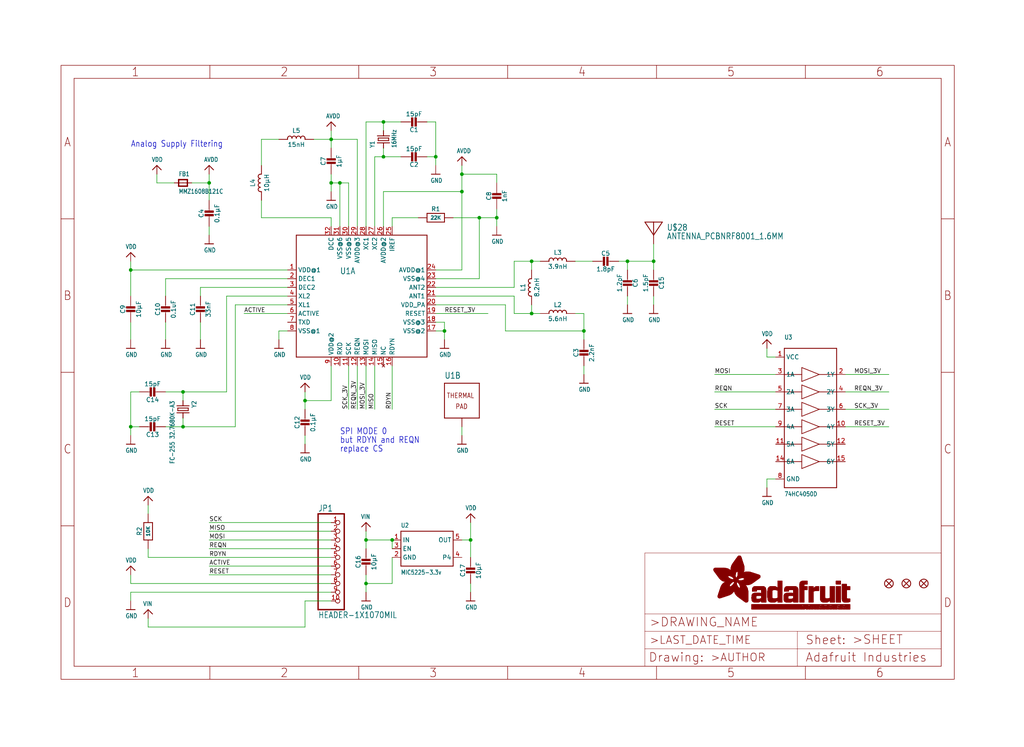
<source format=kicad_sch>
(kicad_sch (version 20211123) (generator eeschema)
  (paper "User" 298.45 217.881)
  (lib_symbols
    (symbol "eagleSchem-eagle-import:74HC4050DTSSOP"
      (property "Reference" "U" (at -7.62 22.86 0))
      (property "Value" "74HC4050DTSSOP" (at -7.62 -22.86 0))
      (symbol "74HC4050DTSSOP_1_0"
        (pin bidirectional line (at -10.16 17.78 0) (length 2.54) (name "VCC") (number "1"))
        (pin bidirectional line (at 10.16 -2.54 180) (length 2.54) (name "4Y") (number "10"))
        (pin bidirectional line (at -10.16 -7.62 0) (length 2.54) (name "5A") (number "11"))
        (pin bidirectional line (at 10.16 -7.62 180) (length 2.54) (name "5Y") (number "12"))
        (pin bidirectional line (at -10.16 -12.7 0) (length 2.54) (name "6A") (number "14"))
        (pin bidirectional line (at 10.16 -12.7 180) (length 2.54) (name "6Y") (number "15"))
        (pin bidirectional line (at 10.16 12.7 180) (length 2.54) (name "1Y") (number "2"))
        (pin bidirectional line (at -10.16 12.7 0) (length 2.54) (name "1A") (number "3"))
        (pin bidirectional line (at 10.16 7.62 180) (length 2.54) (name "2Y") (number "4"))
        (pin bidirectional line (at -10.16 7.62 0) (length 2.54) (name "2A") (number "5"))
        (pin bidirectional line (at 10.16 2.54 180) (length 2.54) (name "3Y") (number "6"))
        (pin bidirectional line (at -10.16 2.54 0) (length 2.54) (name "3A") (number "7"))
        (pin bidirectional line (at -10.16 -17.78 0) (length 2.54) (name "GND") (number "8"))
        (pin bidirectional line (at -10.16 -2.54 0) (length 2.54) (name "4A") (number "9"))
      )
    )
    (symbol "eagleSchem-eagle-import:ANTENNA_PCBNRF8001_1.6MM"
      (property "Value" "ANTENNA_PCBNRF8001_1.6MM" (at 3.81 -1.27 0))
      (symbol "ANTENNA_PCBNRF8001_1.6MM_1_0"
        (pin passive line (at 0 -2.54 90) (length 2.54) (name "P$1") (number "FEED"))
      )
    )
    (symbol "eagleSchem-eagle-import:AVDD" (power)
      (property "Value" "AVDD" (at -1.524 1.016 0))
      (symbol "AVDD_1_0"
        (pin power_in line (at 0 -2.54 90) (length 2.54) (name "AVDD") (number "1"))
      )
    )
    (symbol "eagleSchem-eagle-import:CAP_CERAMIC0805-NOOUTLINE"
      (property "Reference" "C" (at -2.29 1.25 90))
      (property "Value" "CAP_CERAMIC0805-NOOUTLINE" (at 2.3 1.25 90))
      (symbol "CAP_CERAMIC0805-NOOUTLINE_1_0"
        (pin passive line (at 0 5.08 270) (length 2.54) (name "1") (number "1"))
        (pin passive line (at 0 -2.54 90) (length 2.54) (name "2") (number "2"))
      )
    )
    (symbol "eagleSchem-eagle-import:CAP_CERAMIC_0402"
      (property "Reference" "C" (at -2.29 1.25 90))
      (property "Value" "CAP_CERAMIC_0402" (at 2.3 1.25 90))
      (symbol "CAP_CERAMIC_0402_1_0"
        (pin passive line (at 0 5.08 270) (length 2.54) (name "1") (number "1"))
        (pin passive line (at 0 -2.54 90) (length 2.54) (name "2") (number "2"))
      )
    )
    (symbol "eagleSchem-eagle-import:CAP_CERAMIC_0402MP"
      (property "Reference" "C" (at -2.29 1.25 90))
      (property "Value" "CAP_CERAMIC_0402MP" (at 2.3 1.25 90))
      (symbol "CAP_CERAMIC_0402MP_1_0"
        (pin passive line (at 0 5.08 270) (length 2.54) (name "1") (number "1"))
        (pin passive line (at 0 -2.54 90) (length 2.54) (name "2") (number "2"))
      )
    )
    (symbol "eagleSchem-eagle-import:CAP_CERAMIC_0603"
      (property "Reference" "C" (at -2.29 1.25 90))
      (property "Value" "CAP_CERAMIC_0603" (at 2.3 1.25 90))
      (symbol "CAP_CERAMIC_0603_1_0"
        (pin passive line (at 0 5.08 270) (length 2.54) (name "1") (number "1"))
        (pin passive line (at 0 -2.54 90) (length 2.54) (name "2") (number "2"))
      )
    )
    (symbol "eagleSchem-eagle-import:CRYSTAL3.2X2.5"
      (property "Reference" "Y" (at -2.54 2.54 0))
      (property "Value" "CRYSTAL3.2X2.5" (at -2.54 -3.81 0))
      (symbol "CRYSTAL3.2X2.5_1_0"
        (pin passive line (at -2.54 0 0) (length 0) (name "1") (number "1"))
        (pin passive line (at 2.54 0 180) (length 0) (name "2") (number "2"))
      )
    )
    (symbol "eagleSchem-eagle-import:CRYSTAL8.0X3.8"
      (property "Reference" "Y" (at -2.54 2.54 0))
      (property "Value" "CRYSTAL8.0X3.8" (at -2.54 -3.81 0))
      (symbol "CRYSTAL8.0X3.8_1_0"
        (pin passive line (at -2.54 0 0) (length 0) (name "1") (number "P$1"))
        (pin passive line (at 2.54 0 180) (length 0) (name "2") (number "P$4"))
      )
    )
    (symbol "eagleSchem-eagle-import:FERRITE0805"
      (property "Reference" "FB" (at -1.27 1.905 0))
      (property "Value" "FERRITE0805" (at -1.27 -3.175 0))
      (symbol "FERRITE0805_1_0"
        (pin passive line (at -2.54 0 0) (length 2.54) (name "P$1") (number "1"))
        (pin passive line (at 2.54 0 180) (length 2.54) (name "P$2") (number "2"))
      )
    )
    (symbol "eagleSchem-eagle-import:FIDUCIAL{dblquote}{dblquote}")
    (symbol "eagleSchem-eagle-import:FRAME_A4_ADAFRUIT"
      (symbol "FRAME_A4_ADAFRUIT_1_0"
        (text "1" (at 21.6958 1.905 0) (effects (font (size 2.54 2.286))))
        (text "1" (at 21.6958 177.165 0) (effects (font (size 2.54 2.286))))
        (text "2" (at 65.0875 1.905 0) (effects (font (size 2.54 2.286))))
        (text "2" (at 65.0875 177.165 0) (effects (font (size 2.54 2.286))))
        (text "3" (at 108.4792 1.905 0) (effects (font (size 2.54 2.286))))
        (text "3" (at 108.4792 177.165 0) (effects (font (size 2.54 2.286))))
        (text "4" (at 151.8708 1.905 0) (effects (font (size 2.54 2.286))))
        (text "4" (at 151.8708 177.165 0) (effects (font (size 2.54 2.286))))
        (text "5" (at 195.2625 1.905 0) (effects (font (size 2.54 2.286))))
        (text "5" (at 195.2625 177.165 0) (effects (font (size 2.54 2.286))))
        (text "6" (at 238.6542 1.905 0) (effects (font (size 2.54 2.286))))
        (text "6" (at 238.6542 177.165 0) (effects (font (size 2.54 2.286))))
        (text ">AUTHOR" (at 189.23 5.08 0) (effects (font (size 2.286 2.286)) (justify left bottom)))
        (text ">DRAWING_NAME" (at 171.45 15.24 0) (effects (font (size 2.54 2.54)) (justify left bottom)))
        (text ">LAST_DATE_TIME" (at 171.45 10.16 0) (effects (font (size 2.286 2.286)) (justify left bottom)))
        (text ">SHEET" (at 230.505 10.16 0) (effects (font (size 2.54 2.54)) (justify left bottom)))
        (text "A" (at 1.905 156.6863 0) (effects (font (size 2.54 2.286))))
        (text "A" (at 258.445 156.6863 0) (effects (font (size 2.54 2.286))))
        (text "Adafruit Industries" (at 216.916 4.953 0) (effects (font (size 2.54 2.54)) (justify left bottom)))
        (text "B" (at 1.905 111.9188 0) (effects (font (size 2.54 2.286))))
        (text "B" (at 258.445 111.9188 0) (effects (font (size 2.54 2.286))))
        (text "C" (at 1.905 67.1513 0) (effects (font (size 2.54 2.286))))
        (text "C" (at 258.445 67.1513 0) (effects (font (size 2.54 2.286))))
        (text "D" (at 1.905 22.3838 0) (effects (font (size 2.54 2.286))))
        (text "D" (at 258.445 22.3838 0) (effects (font (size 2.54 2.286))))
        (text "Drawing:" (at 171.196 4.953 0) (effects (font (size 2.54 2.54)) (justify left bottom)))
        (text "Sheet:" (at 216.916 10.033 0) (effects (font (size 2.54 2.54)) (justify left bottom)))
      )
    )
    (symbol "eagleSchem-eagle-import:GND" (power)
      (property "Value" "GND" (at -1.524 -2.54 0))
      (symbol "GND_1_0"
        (pin power_in line (at 0 2.54 270) (length 2.54) (name "GND") (number "1"))
      )
    )
    (symbol "eagleSchem-eagle-import:HEADER-1X1070MIL"
      (property "Reference" "JP" (at -6.35 13.335 0))
      (property "Value" "HEADER-1X1070MIL" (at -6.35 -17.78 0))
      (symbol "HEADER-1X1070MIL_1_0"
        (pin passive inverted (at -2.54 10.16 0) (length 2.54) (name "1") (number "1"))
        (pin passive inverted (at -2.54 -12.7 0) (length 2.54) (name "10") (number "10"))
        (pin passive inverted (at -2.54 7.62 0) (length 2.54) (name "2") (number "2"))
        (pin passive inverted (at -2.54 5.08 0) (length 2.54) (name "3") (number "3"))
        (pin passive inverted (at -2.54 2.54 0) (length 2.54) (name "4") (number "4"))
        (pin passive inverted (at -2.54 0 0) (length 2.54) (name "5") (number "5"))
        (pin passive inverted (at -2.54 -2.54 0) (length 2.54) (name "6") (number "6"))
        (pin passive inverted (at -2.54 -5.08 0) (length 2.54) (name "7") (number "7"))
        (pin passive inverted (at -2.54 -7.62 0) (length 2.54) (name "8") (number "8"))
        (pin passive inverted (at -2.54 -10.16 0) (length 2.54) (name "9") (number "9"))
      )
    )
    (symbol "eagleSchem-eagle-import:INDUCTOR_0402"
      (property "Reference" "L" (at 0 2.54 0))
      (property "Value" "INDUCTOR_0402" (at 0 -1.54 0))
      (symbol "INDUCTOR_0402_1_0"
        (pin passive line (at -5.08 0 0) (length 2.54) (name "1") (number "1"))
        (pin passive line (at 5.08 0 180) (length 2.54) (name "2") (number "2"))
      )
    )
    (symbol "eagleSchem-eagle-import:INDUCTOR_0603"
      (property "Reference" "L" (at 0 2.54 0))
      (property "Value" "INDUCTOR_0603" (at 0 -1.54 0))
      (symbol "INDUCTOR_0603_1_0"
        (pin passive line (at -5.08 0 0) (length 2.54) (name "1") (number "1"))
        (pin passive line (at 5.08 0 180) (length 2.54) (name "2") (number "2"))
      )
    )
    (symbol "eagleSchem-eagle-import:NRF8001"
      (property "Reference" "U" (at -5.08 6.35 0))
      (symbol "NRF8001_1_0"
        (pin power_in line (at -20.32 7.62 0) (length 2.54) (name "VDD@1") (number "1"))
        (pin input line (at -5.08 -20.32 90) (length 2.54) (name "RXD") (number "10"))
        (pin input line (at -2.54 -20.32 90) (length 2.54) (name "SCK") (number "11"))
        (pin input line (at 0 -20.32 90) (length 2.54) (name "REQN") (number "12"))
        (pin input line (at 2.54 -20.32 90) (length 2.54) (name "MOSI") (number "13"))
        (pin output line (at 5.08 -20.32 90) (length 2.54) (name "MISO") (number "14"))
        (pin no_connect line (at 7.62 -20.32 90) (length 2.54) (name "NC") (number "15"))
        (pin output line (at 10.16 -20.32 90) (length 2.54) (name "RDYN") (number "16"))
        (pin power_in line (at 22.86 -10.16 180) (length 2.54) (name "VSS@2") (number "17"))
        (pin power_in line (at 22.86 -7.62 180) (length 2.54) (name "VSS@3") (number "18"))
        (pin input line (at 22.86 -5.08 180) (length 2.54) (name "RESET") (number "19"))
        (pin bidirectional line (at -20.32 5.08 0) (length 2.54) (name "DEC1") (number "2"))
        (pin bidirectional line (at 22.86 -2.54 180) (length 2.54) (name "VDD_PA") (number "20"))
        (pin bidirectional line (at 22.86 0 180) (length 2.54) (name "ANT1") (number "21"))
        (pin bidirectional line (at 22.86 2.54 180) (length 2.54) (name "ANT2") (number "22"))
        (pin power_in line (at 22.86 5.08 180) (length 2.54) (name "VSS@4") (number "23"))
        (pin power_in line (at 22.86 7.62 180) (length 2.54) (name "AVDD@1") (number "24"))
        (pin output line (at 10.16 20.32 270) (length 2.54) (name "IREF") (number "25"))
        (pin power_in line (at 7.62 20.32 270) (length 2.54) (name "AVDD@2") (number "26"))
        (pin output line (at 5.08 20.32 270) (length 2.54) (name "XC2") (number "27"))
        (pin input line (at 2.54 20.32 270) (length 2.54) (name "XC1") (number "28"))
        (pin power_in line (at 0 20.32 270) (length 2.54) (name "AVDD@3") (number "29"))
        (pin bidirectional line (at -20.32 2.54 0) (length 2.54) (name "DEC2") (number "3"))
        (pin power_in line (at -2.54 20.32 270) (length 2.54) (name "VSS@5") (number "30"))
        (pin power_in line (at -5.08 20.32 270) (length 2.54) (name "VSS@6") (number "31"))
        (pin bidirectional line (at -7.62 20.32 270) (length 2.54) (name "DCC") (number "32"))
        (pin output line (at -20.32 0 0) (length 2.54) (name "XL2") (number "4"))
        (pin input line (at -20.32 -2.54 0) (length 2.54) (name "XL1") (number "5"))
        (pin output line (at -20.32 -5.08 0) (length 2.54) (name "ACTIVE") (number "6"))
        (pin output line (at -20.32 -7.62 0) (length 2.54) (name "TXD") (number "7"))
        (pin power_in line (at -20.32 -10.16 0) (length 2.54) (name "VSS@1") (number "8"))
        (pin power_in line (at -7.62 -20.32 90) (length 2.54) (name "VDD@2") (number "9"))
      )
      (symbol "NRF8001_2_0"
        (text "PAD" (at -1.905 -2.54 0) (effects (font (size 1.4224 1.209)) (justify left bottom)))
        (text "THERMAL" (at -4.445 0.635 0) (effects (font (size 1.4224 1.209)) (justify left bottom)))
        (pin power_in line (at 0 -7.62 90) (length 2.54) (name "TP") (number "33"))
      )
    )
    (symbol "eagleSchem-eagle-import:RESISTOR0805_NOOUTLINE"
      (property "Reference" "R" (at 0 2.54 0))
      (property "Value" "RESISTOR0805_NOOUTLINE" (at 0 0 0))
      (symbol "RESISTOR0805_NOOUTLINE_1_0"
        (pin passive line (at -5.08 0 0) (length 2.54) (name "1") (number "1"))
        (pin passive line (at 5.08 0 180) (length 2.54) (name "2") (number "2"))
      )
    )
    (symbol "eagleSchem-eagle-import:RESISTOR_0805MP"
      (property "Reference" "R" (at 0 2.54 0))
      (property "Value" "RESISTOR_0805MP" (at 0 0 0))
      (symbol "RESISTOR_0805MP_1_0"
        (pin passive line (at -5.08 0 0) (length 2.54) (name "1") (number "1"))
        (pin passive line (at 5.08 0 180) (length 2.54) (name "2") (number "2"))
      )
    )
    (symbol "eagleSchem-eagle-import:VDD" (power)
      (property "Value" "VDD" (at -1.524 1.016 0))
      (symbol "VDD_1_0"
        (pin power_in line (at 0 -2.54 90) (length 2.54) (name "VDD") (number "1"))
      )
    )
    (symbol "eagleSchem-eagle-import:VIN" (power)
      (property "Value" "VIN" (at -1.524 1.016 0))
      (symbol "VIN_1_0"
        (pin power_in line (at 0 -2.54 90) (length 2.54) (name "VIN") (number "1"))
      )
    )
    (symbol "eagleSchem-eagle-import:VREG_SOT23-5"
      (property "Reference" "U" (at -7.62 6.096 0))
      (property "Value" "VREG_SOT23-5" (at -7.62 -7.62 0))
      (symbol "VREG_SOT23-5_1_0"
        (pin power_in line (at -10.16 2.54 0) (length 2.54) (name "IN") (number "1"))
        (pin power_in line (at -10.16 -2.54 0) (length 2.54) (name "GND") (number "2"))
        (pin input line (at -10.16 0 0) (length 2.54) (name "EN") (number "3"))
        (pin bidirectional line (at 10.16 -2.54 180) (length 2.54) (name "P4") (number "4"))
        (pin power_in line (at 10.16 2.54 180) (length 2.54) (name "OUT") (number "5"))
      )
    )
  )
  (junction (at 60.96 53.34))
  (junction (at 182.88 76.2))
  (junction (at 38.1 124.46))
  (junction (at 170.18 96.52))
  (junction (at 134.62 50.8))
  (junction (at 129.54 96.52))
  (junction (at 106.68 157.48))
  (junction (at 190.5 76.2))
  (junction (at 99.06 53.34))
  (junction (at 114.3 157.48))
  (junction (at 38.1 78.74))
  (junction (at 144.78 63.5))
  (junction (at 111.76 45.72))
  (junction (at 127 45.72))
  (junction (at 53.34 114.3))
  (junction (at 88.9 116.84))
  (junction (at 96.52 53.34))
  (junction (at 154.94 91.44))
  (junction (at 139.7 63.5))
  (junction (at 96.52 40.64))
  (junction (at 53.34 124.46))
  (junction (at 137.16 157.48))
  (junction (at 134.62 55.88))
  (junction (at 111.76 35.56))
  (junction (at 154.94 76.2))
  (junction (at 106.68 170.18))
  (wire (pts (xy 139.7 63.5) (xy 144.78 63.5)))
  (wire (pts (xy 134.62 127) (xy 134.62 124.46)))
  (wire (pts (xy 246.38 124.46) (xy 259.08 124.46)))
  (wire (pts (xy 40.64 114.3) (xy 38.1 114.3)))
  (wire (pts (xy 111.76 35.56) (xy 116.84 35.56)))
  (wire (pts (xy 58.42 83.82) (xy 58.42 86.36)))
  (wire (pts (xy 226.06 119.38) (xy 208.28 119.38)))
  (wire (pts (xy 246.38 109.22) (xy 259.08 109.22)))
  (wire (pts (xy 154.94 91.44) (xy 157.48 91.44)))
  (wire (pts (xy 83.82 78.74) (xy 38.1 78.74)))
  (wire (pts (xy 127 96.52) (xy 129.54 96.52)))
  (wire (pts (xy 76.2 58.42) (xy 76.2 63.5)))
  (wire (pts (xy 106.68 167.64) (xy 106.68 170.18)))
  (wire (pts (xy 154.94 88.9) (xy 154.94 91.44)))
  (wire (pts (xy 60.96 53.34) (xy 60.96 58.42)))
  (wire (pts (xy 182.88 78.74) (xy 182.88 76.2)))
  (wire (pts (xy 96.52 116.84) (xy 88.9 116.84)))
  (wire (pts (xy 38.1 78.74) (xy 38.1 86.36)))
  (wire (pts (xy 170.18 106.68) (xy 170.18 109.22)))
  (wire (pts (xy 114.3 66.04) (xy 114.3 63.5)))
  (wire (pts (xy 167.64 76.2) (xy 172.72 76.2)))
  (wire (pts (xy 99.06 53.34) (xy 101.6 53.34)))
  (wire (pts (xy 223.52 139.7) (xy 223.52 142.24)))
  (wire (pts (xy 66.04 86.36) (xy 66.04 114.3)))
  (wire (pts (xy 43.18 162.56) (xy 43.18 160.02)))
  (wire (pts (xy 106.68 66.04) (xy 106.68 35.56)))
  (wire (pts (xy 124.46 45.72) (xy 127 45.72)))
  (wire (pts (xy 246.38 114.3) (xy 259.08 114.3)))
  (wire (pts (xy 223.52 104.14) (xy 223.52 101.6)))
  (wire (pts (xy 96.52 167.64) (xy 60.96 167.64)))
  (wire (pts (xy 137.16 157.48) (xy 137.16 162.56)))
  (wire (pts (xy 127 45.72) (xy 127 48.26)))
  (wire (pts (xy 149.86 83.82) (xy 149.86 76.2)))
  (wire (pts (xy 132.08 63.5) (xy 139.7 63.5)))
  (wire (pts (xy 137.16 157.48) (xy 137.16 152.4)))
  (wire (pts (xy 144.78 60.96) (xy 144.78 63.5)))
  (wire (pts (xy 88.9 175.26) (xy 88.9 182.88)))
  (wire (pts (xy 43.18 162.56) (xy 96.52 162.56)))
  (wire (pts (xy 106.68 157.48) (xy 106.68 160.02)))
  (wire (pts (xy 129.54 96.52) (xy 129.54 99.06)))
  (wire (pts (xy 88.9 182.88) (xy 43.18 182.88)))
  (wire (pts (xy 109.22 66.04) (xy 109.22 45.72)))
  (wire (pts (xy 127 83.82) (xy 149.86 83.82)))
  (wire (pts (xy 114.3 162.56) (xy 114.3 170.18)))
  (wire (pts (xy 38.1 170.18) (xy 96.52 170.18)))
  (wire (pts (xy 127 35.56) (xy 127 45.72)))
  (wire (pts (xy 88.9 116.84) (xy 88.9 119.38)))
  (wire (pts (xy 134.62 78.74) (xy 134.62 55.88)))
  (wire (pts (xy 111.76 55.88) (xy 134.62 55.88)))
  (wire (pts (xy 114.3 160.02) (xy 114.3 157.48)))
  (wire (pts (xy 96.52 106.68) (xy 96.52 116.84)))
  (wire (pts (xy 170.18 96.52) (xy 170.18 99.06)))
  (wire (pts (xy 167.64 91.44) (xy 170.18 91.44)))
  (wire (pts (xy 96.52 53.34) (xy 96.52 55.88)))
  (wire (pts (xy 127 93.98) (xy 129.54 93.98)))
  (wire (pts (xy 190.5 78.74) (xy 190.5 76.2)))
  (wire (pts (xy 127 88.9) (xy 147.32 88.9)))
  (wire (pts (xy 99.06 53.34) (xy 99.06 66.04)))
  (wire (pts (xy 190.5 76.2) (xy 190.5 71.12)))
  (wire (pts (xy 60.96 152.4) (xy 96.52 152.4)))
  (wire (pts (xy 144.78 63.5) (xy 144.78 66.04)))
  (wire (pts (xy 114.3 157.48) (xy 106.68 157.48)))
  (wire (pts (xy 180.34 76.2) (xy 182.88 76.2)))
  (wire (pts (xy 104.14 106.68) (xy 104.14 119.38)))
  (wire (pts (xy 96.52 40.64) (xy 96.52 43.18)))
  (wire (pts (xy 149.86 91.44) (xy 154.94 91.44)))
  (wire (pts (xy 48.26 114.3) (xy 53.34 114.3)))
  (wire (pts (xy 96.52 53.34) (xy 99.06 53.34)))
  (wire (pts (xy 226.06 109.22) (xy 208.28 109.22)))
  (wire (pts (xy 101.6 106.68) (xy 101.6 119.38)))
  (wire (pts (xy 76.2 40.64) (xy 76.2 48.26)))
  (wire (pts (xy 83.82 83.82) (xy 58.42 83.82)))
  (wire (pts (xy 137.16 170.18) (xy 137.16 172.72)))
  (wire (pts (xy 106.68 157.48) (xy 106.68 154.94)))
  (wire (pts (xy 48.26 93.98) (xy 48.26 99.06)))
  (wire (pts (xy 106.68 170.18) (xy 106.68 172.72)))
  (wire (pts (xy 144.78 50.8) (xy 144.78 53.34)))
  (wire (pts (xy 259.08 119.38) (xy 246.38 119.38)))
  (wire (pts (xy 114.3 170.18) (xy 106.68 170.18)))
  (wire (pts (xy 45.72 53.34) (xy 50.8 53.34)))
  (wire (pts (xy 109.22 106.68) (xy 109.22 119.38)))
  (wire (pts (xy 127 78.74) (xy 134.62 78.74)))
  (wire (pts (xy 60.96 165.1) (xy 96.52 165.1)))
  (wire (pts (xy 129.54 93.98) (xy 129.54 96.52)))
  (wire (pts (xy 170.18 91.44) (xy 170.18 96.52)))
  (wire (pts (xy 114.3 63.5) (xy 121.92 63.5)))
  (wire (pts (xy 182.88 76.2) (xy 190.5 76.2)))
  (wire (pts (xy 53.34 114.3) (xy 53.34 116.84)))
  (wire (pts (xy 127 81.28) (xy 139.7 81.28)))
  (wire (pts (xy 114.3 106.68) (xy 114.3 119.38)))
  (wire (pts (xy 38.1 172.72) (xy 38.1 175.26)))
  (wire (pts (xy 147.32 96.52) (xy 170.18 96.52)))
  (wire (pts (xy 60.96 157.48) (xy 96.52 157.48)))
  (wire (pts (xy 66.04 114.3) (xy 53.34 114.3)))
  (wire (pts (xy 48.26 81.28) (xy 48.26 86.36)))
  (wire (pts (xy 38.1 78.74) (xy 38.1 76.2)))
  (wire (pts (xy 147.32 88.9) (xy 147.32 96.52)))
  (wire (pts (xy 55.88 53.34) (xy 60.96 53.34)))
  (wire (pts (xy 111.76 66.04) (xy 111.76 55.88)))
  (wire (pts (xy 106.68 106.68) (xy 106.68 119.38)))
  (wire (pts (xy 226.06 104.14) (xy 223.52 104.14)))
  (wire (pts (xy 127 91.44) (xy 142.24 91.44)))
  (wire (pts (xy 83.82 86.36) (xy 66.04 86.36)))
  (wire (pts (xy 60.96 53.34) (xy 60.96 50.8)))
  (wire (pts (xy 134.62 48.26) (xy 134.62 50.8)))
  (wire (pts (xy 96.52 40.64) (xy 104.14 40.64)))
  (wire (pts (xy 60.96 154.94) (xy 96.52 154.94)))
  (wire (pts (xy 48.26 124.46) (xy 53.34 124.46)))
  (wire (pts (xy 154.94 78.74) (xy 154.94 76.2)))
  (wire (pts (xy 127 86.36) (xy 149.86 86.36)))
  (wire (pts (xy 96.52 40.64) (xy 91.44 40.64)))
  (wire (pts (xy 134.62 55.88) (xy 134.62 50.8)))
  (wire (pts (xy 149.86 76.2) (xy 154.94 76.2)))
  (wire (pts (xy 182.88 86.36) (xy 182.88 88.9)))
  (wire (pts (xy 45.72 50.8) (xy 45.72 53.34)))
  (wire (pts (xy 106.68 35.56) (xy 111.76 35.56)))
  (wire (pts (xy 111.76 45.72) (xy 116.84 45.72)))
  (wire (pts (xy 139.7 81.28) (xy 139.7 63.5)))
  (wire (pts (xy 81.28 40.64) (xy 76.2 40.64)))
  (wire (pts (xy 154.94 76.2) (xy 157.48 76.2)))
  (wire (pts (xy 101.6 53.34) (xy 101.6 66.04)))
  (wire (pts (xy 68.58 124.46) (xy 53.34 124.46)))
  (wire (pts (xy 134.62 157.48) (xy 137.16 157.48)))
  (wire (pts (xy 68.58 88.9) (xy 68.58 124.46)))
  (wire (pts (xy 88.9 175.26) (xy 96.52 175.26)))
  (wire (pts (xy 40.64 124.46) (xy 38.1 124.46)))
  (wire (pts (xy 134.62 50.8) (xy 144.78 50.8)))
  (wire (pts (xy 43.18 149.86) (xy 43.18 147.32)))
  (wire (pts (xy 226.06 114.3) (xy 208.28 114.3)))
  (wire (pts (xy 88.9 127) (xy 88.9 129.54)))
  (wire (pts (xy 38.1 172.72) (xy 96.52 172.72)))
  (wire (pts (xy 60.96 160.02) (xy 96.52 160.02)))
  (wire (pts (xy 88.9 114.3) (xy 88.9 116.84)))
  (wire (pts (xy 96.52 63.5) (xy 96.52 66.04)))
  (wire (pts (xy 149.86 86.36) (xy 149.86 91.44)))
  (wire (pts (xy 58.42 93.98) (xy 58.42 99.06)))
  (wire (pts (xy 38.1 93.98) (xy 38.1 99.06)))
  (wire (pts (xy 104.14 40.64) (xy 104.14 66.04)))
  (wire (pts (xy 111.76 43.18) (xy 111.76 45.72)))
  (wire (pts (xy 38.1 170.18) (xy 38.1 167.64)))
  (wire (pts (xy 109.22 45.72) (xy 111.76 45.72)))
  (wire (pts (xy 83.82 88.9) (xy 68.58 88.9)))
  (wire (pts (xy 60.96 66.04) (xy 60.96 68.58)))
  (wire (pts (xy 226.06 139.7) (xy 223.52 139.7)))
  (wire (pts (xy 96.52 50.8) (xy 96.52 53.34)))
  (wire (pts (xy 38.1 124.46) (xy 38.1 127)))
  (wire (pts (xy 226.06 124.46) (xy 208.28 124.46)))
  (wire (pts (xy 190.5 86.36) (xy 190.5 88.9)))
  (wire (pts (xy 81.28 96.52) (xy 81.28 99.06)))
  (wire (pts (xy 83.82 81.28) (xy 48.26 81.28)))
  (wire (pts (xy 76.2 63.5) (xy 96.52 63.5)))
  (wire (pts (xy 124.46 35.56) (xy 127 35.56)))
  (wire (pts (xy 38.1 114.3) (xy 38.1 124.46)))
  (wire (pts (xy 83.82 91.44) (xy 71.12 91.44)))
  (wire (pts (xy 111.76 38.1) (xy 111.76 35.56)))
  (wire (pts (xy 83.82 96.52) (xy 81.28 96.52)))
  (wire (pts (xy 53.34 124.46) (xy 53.34 121.92)))
  (wire (pts (xy 43.18 182.88) (xy 43.18 180.34)))
  (wire (pts (xy 96.52 38.1) (xy 96.52 40.64)))
  (text "replace CS" (at 99.06 132.08 180) (effects (font (size 1.778 1.5113)) (justify left bottom)))
  (text "SPI MODE 0" (at 99.06 127 180) (effects (font (size 1.778 1.5113)) (justify left bottom)))
  (text "Analog Supply Filtering" (at 38.1 43.18 180) (effects (font (size 1.778 1.5113)) (justify left bottom)))
  (text "but RDYN and REQN" (at 99.06 129.54 180) (effects (font (size 1.778 1.5113)) (justify left bottom)))
  (label "REQN_3V" (at 104.14 119.38 90) (effects (font (size 1.2446 1.2446))))
  (label "MOSI" (at 60.96 157.48 0) (effects (font (size 1.2446 1.2446))))
  (label "SCK" (at 60.96 152.4 0) (effects (font (size 1.2446 1.2446))))
  (label "REQN" (at 60.96 160.02 0) (effects (font (size 1.2446 1.2446))))
  (label "SCK_3V" (at 101.6 119.38 90) (effects (font (size 1.2446 1.2446))))
  (label "MISO" (at 109.22 119.38 90) (effects (font (size 1.2446 1.2446))))
  (label "REQN" (at 208.28 114.3 0) (effects (font (size 1.2446 1.2446))))
  (label "ACTIVE" (at 60.96 165.1 0) (effects (font (size 1.2446 1.2446))))
  (label "REQN_3V" (at 248.92 114.3 0) (effects (font (size 1.2446 1.2446))))
  (label "RDYN" (at 114.3 119.38 90) (effects (font (size 1.2446 1.2446))))
  (label "MISO" (at 60.96 154.94 0) (effects (font (size 1.2446 1.2446))))
  (label "ACTIVE" (at 71.12 91.44 0) (effects (font (size 1.2446 1.2446))))
  (label "RESET" (at 208.28 124.46 0) (effects (font (size 1.2446 1.2446))))
  (label "RESET_3V" (at 248.92 124.46 0) (effects (font (size 1.2446 1.2446))))
  (label "SCK_3V" (at 248.92 119.38 0) (effects (font (size 1.2446 1.2446))))
  (label "MOSI" (at 208.28 109.22 0) (effects (font (size 1.2446 1.2446))))
  (label "RDYN" (at 60.96 162.56 0) (effects (font (size 1.2446 1.2446))))
  (label "RESET_3V" (at 129.54 91.44 0) (effects (font (size 1.2446 1.2446))))
  (label "SCK" (at 208.28 119.38 0) (effects (font (size 1.2446 1.2446))))
  (label "MOSI_3V" (at 106.68 119.38 90) (effects (font (size 1.2446 1.2446))))
  (label "RESET" (at 60.96 167.64 0) (effects (font (size 1.2446 1.2446))))
  (label "MOSI_3V" (at 248.92 109.22 0) (effects (font (size 1.2446 1.2446))))
  (symbol (lib_id "eagleSchem-eagle-import:RESISTOR_0805MP") (at 127 63.5 0) (unit 1)
    (property "Reference" "R1" (at 127 60.96 0))
    (property "Value" "22K" (at 127 63.5 0) (effects (font (size 1.016 1.016) bold)))
    (property "Footprint" "eagleSchem:_0805MP" (effects hide))
  )
  (symbol (lib_id "eagleSchem-eagle-import:CAP_CERAMIC0805-NOOUTLINE") (at 121.92 45.72 90) (unit 1)
    (property "Reference" "C2" (at 120.67 48.01 90))
    (property "Value" "15pF" (at 120.67 43.42 90))
    (property "Footprint" "eagleSchem:0805-NO" (effects hide))
  )
  (symbol (lib_id "eagleSchem-eagle-import:VDD") (at 38.1 165.1 0) (unit 1)
    (property "Reference" "#U$18" (effects hide))
    (property "Value" "VDD" (at 36.576 164.084 0) (effects (font (size 1.27 1.0795)) (justify left bottom)))
    (property "Footprint" "eagleSchem:" (effects hide))
  )
  (symbol (lib_id "eagleSchem-eagle-import:FIDUCIAL{dblquote}{dblquote}") (at 259.08 170.18 0) (unit 1)
    (property "Reference" "FID3" (effects hide))
    (property "Value" "FIDUCIAL{dblquote}{dblquote}" (effects hide))
    (property "Footprint" "eagleSchem:FIDUCIAL_1MM" (effects hide))
    (property "Value" "FIDUCIAL{dblquote}{dblquote}" (effects hide))
  )
  (symbol (lib_id "eagleSchem-eagle-import:INDUCTOR_0402") (at 154.94 83.82 90) (unit 1)
    (property "Reference" "L1" (at 152.4 83.82 0))
    (property "Value" "8.2nH" (at 156.48 83.82 0))
    (property "Footprint" "eagleSchem:_0402" (effects hide))
  )
  (symbol (lib_id "eagleSchem-eagle-import:FERRITE0805") (at 53.34 53.34 0) (unit 1)
    (property "Reference" "FB1" (at 52.07 51.435 0) (effects (font (size 1.27 1.0795)) (justify left bottom)))
    (property "Value" "MMZ1608B121C" (at 52.07 56.515 0) (effects (font (size 1.27 1.0795)) (justify left bottom)))
    (property "Footprint" "eagleSchem:0805" (effects hide))
  )
  (symbol (lib_id "eagleSchem-eagle-import:VDD") (at 223.52 99.06 0) (unit 1)
    (property "Reference" "#U$29" (effects hide))
    (property "Value" "VDD" (at 221.996 98.044 0) (effects (font (size 1.27 1.0795)) (justify left bottom)))
    (property "Footprint" "eagleSchem:" (effects hide))
  )
  (symbol (lib_id "eagleSchem-eagle-import:INDUCTOR_0402") (at 162.56 76.2 0) (unit 1)
    (property "Reference" "L3" (at 162.56 73.66 0))
    (property "Value" "3.9nH" (at 162.56 77.74 0))
    (property "Footprint" "eagleSchem:_0402" (effects hide))
  )
  (symbol (lib_id "eagleSchem-eagle-import:RESISTOR0805_NOOUTLINE") (at 43.18 154.94 90) (unit 1)
    (property "Reference" "R2" (at 40.64 154.94 0))
    (property "Value" "10K" (at 43.18 154.94 0) (effects (font (size 1.016 1.016) bold)))
    (property "Footprint" "eagleSchem:0805-NO" (effects hide))
  )
  (symbol (lib_id "eagleSchem-eagle-import:GND") (at 170.18 111.76 0) (unit 1)
    (property "Reference" "#U$3" (effects hide))
    (property "Value" "GND" (at 168.656 114.3 0) (effects (font (size 1.27 1.0795)) (justify left bottom)))
    (property "Footprint" "eagleSchem:" (effects hide))
  )
  (symbol (lib_id "eagleSchem-eagle-import:VIN") (at 43.18 177.8 0) (unit 1)
    (property "Reference" "#U$26" (effects hide))
    (property "Value" "VIN" (at 41.656 176.784 0) (effects (font (size 1.27 1.0795)) (justify left bottom)))
    (property "Footprint" "eagleSchem:" (effects hide))
  )
  (symbol (lib_id "eagleSchem-eagle-import:AVDD") (at 60.96 48.26 0) (unit 1)
    (property "Reference" "#U$66" (effects hide))
    (property "Value" "AVDD" (at 59.436 47.244 0) (effects (font (size 1.27 1.0795)) (justify left bottom)))
    (property "Footprint" "eagleSchem:" (effects hide))
  )
  (symbol (lib_id "eagleSchem-eagle-import:INDUCTOR_0603") (at 86.36 40.64 0) (unit 1)
    (property "Reference" "L5" (at 86.36 38.1 0))
    (property "Value" "15nH" (at 86.36 42.18 0))
    (property "Footprint" "eagleSchem:_0603" (effects hide))
  )
  (symbol (lib_id "eagleSchem-eagle-import:CAP_CERAMIC0805-NOOUTLINE") (at 45.72 114.3 90) (unit 1)
    (property "Reference" "C14" (at 44.47 116.59 90))
    (property "Value" "15pF" (at 44.47 112 90))
    (property "Footprint" "eagleSchem:0805-NO" (effects hide))
  )
  (symbol (lib_id "eagleSchem-eagle-import:GND") (at 96.52 58.42 0) (unit 1)
    (property "Reference" "#U$12" (effects hide))
    (property "Value" "GND" (at 94.996 60.96 0) (effects (font (size 1.27 1.0795)) (justify left bottom)))
    (property "Footprint" "eagleSchem:" (effects hide))
  )
  (symbol (lib_id "eagleSchem-eagle-import:VDD") (at 88.9 111.76 0) (unit 1)
    (property "Reference" "#U$15" (effects hide))
    (property "Value" "VDD" (at 87.376 110.744 0) (effects (font (size 1.27 1.0795)) (justify left bottom)))
    (property "Footprint" "eagleSchem:" (effects hide))
  )
  (symbol (lib_id "eagleSchem-eagle-import:VREG_SOT23-5") (at 124.46 160.02 0) (unit 1)
    (property "Reference" "U2" (at 116.84 153.924 0) (effects (font (size 1.27 1.0795)) (justify left bottom)))
    (property "Value" "MIC5225-3.3v" (at 116.84 167.64 0) (effects (font (size 1.27 1.0795)) (justify left bottom)))
    (property "Footprint" "eagleSchem:SOT23-5" (effects hide))
  )
  (symbol (lib_id "eagleSchem-eagle-import:GND") (at 60.96 71.12 0) (unit 1)
    (property "Reference" "#U$72" (effects hide))
    (property "Value" "GND" (at 59.436 73.66 0) (effects (font (size 1.27 1.0795)) (justify left bottom)))
    (property "Footprint" "eagleSchem:" (effects hide))
  )
  (symbol (lib_id "eagleSchem-eagle-import:FRAME_A4_ADAFRUIT") (at 17.78 198.12 0) (unit 1)
    (property "Reference" "#U$1" (effects hide))
    (property "Value" "FRAME_A4_ADAFRUIT" (effects hide))
    (property "Footprint" "eagleSchem:" (effects hide))
  )
  (symbol (lib_id "eagleSchem-eagle-import:CAP_CERAMIC0805-NOOUTLINE") (at 121.92 35.56 90) (unit 1)
    (property "Reference" "C1" (at 120.67 37.85 90))
    (property "Value" "15pF" (at 120.67 33.26 90))
    (property "Footprint" "eagleSchem:0805-NO" (effects hide))
  )
  (symbol (lib_id "eagleSchem-eagle-import:NRF8001") (at 104.14 86.36 0) (unit 1)
    (property "Reference" "U1" (at 99.06 80.01 0) (effects (font (size 1.778 1.5113)) (justify left bottom)))
    (property "Value" "nRF8001" (effects hide))
    (property "Footprint" "eagleSchem:QFN32_5MM" (effects hide))
  )
  (symbol (lib_id "eagleSchem-eagle-import:GND") (at 38.1 177.8 0) (unit 1)
    (property "Reference" "#U$20" (effects hide))
    (property "Value" "GND" (at 36.576 180.34 0) (effects (font (size 1.27 1.0795)) (justify left bottom)))
    (property "Footprint" "eagleSchem:" (effects hide))
  )
  (symbol (lib_id "eagleSchem-eagle-import:FIDUCIAL{dblquote}{dblquote}") (at 264.16 170.18 0) (unit 1)
    (property "Reference" "FID2" (effects hide))
    (property "Value" "FIDUCIAL{dblquote}{dblquote}" (effects hide))
    (property "Footprint" "eagleSchem:FIDUCIAL_1MM" (effects hide))
  )
  (symbol (lib_id "eagleSchem-eagle-import:CAP_CERAMIC_0402MP") (at 175.26 76.2 270) (unit 1)
    (property "Reference" "C5" (at 176.51 73.91 90))
    (property "Value" "1.8pF" (at 176.51 78.5 90))
    (property "Footprint" "eagleSchem:_0402MP" (effects hide))
  )
  (symbol (lib_id "eagleSchem-eagle-import:GND") (at 182.88 91.44 0) (unit 1)
    (property "Reference" "#U$2" (effects hide))
    (property "Value" "GND" (at 181.356 93.98 0) (effects (font (size 1.27 1.0795)) (justify left bottom)))
    (property "Footprint" "eagleSchem:" (effects hide))
  )
  (symbol (lib_id "eagleSchem-eagle-import:FIDUCIAL{dblquote}{dblquote}") (at 269.24 170.18 0) (unit 1)
    (property "Reference" "FID1" (effects hide))
    (property "Value" "FIDUCIAL{dblquote}{dblquote}" (effects hide))
    (property "Footprint" "eagleSchem:FIDUCIAL_1MM" (effects hide))
  )
  (symbol (lib_id "eagleSchem-eagle-import:GND") (at 127 50.8 0) (unit 1)
    (property "Reference" "#U$8" (effects hide))
    (property "Value" "GND" (at 125.476 53.34 0) (effects (font (size 1.27 1.0795)) (justify left bottom)))
    (property "Footprint" "eagleSchem:" (effects hide))
  )
  (symbol (lib_id "eagleSchem-eagle-import:CRYSTAL8.0X3.8") (at 53.34 119.38 270) (unit 1)
    (property "Reference" "Y2" (at 55.88 116.84 0) (effects (font (size 1.27 1.0795)) (justify left bottom)))
    (property "Value" "FC-255 32.7680K-A3" (at 49.53 116.84 0) (effects (font (size 1.27 1.0795)) (justify left bottom)))
    (property "Footprint" "eagleSchem:CRYSTAL_8X3.8" (effects hide))
  )
  (symbol (lib_id "eagleSchem-eagle-import:CAP_CERAMIC_0402") (at 170.18 104.14 0) (unit 1)
    (property "Reference" "C3" (at 167.89 102.89 90))
    (property "Value" "2.2nF" (at 172.48 102.89 90))
    (property "Footprint" "eagleSchem:_0402" (effects hide))
  )
  (symbol (lib_id "eagleSchem-eagle-import:CAP_CERAMIC0805-NOOUTLINE") (at 45.72 124.46 90) (unit 1)
    (property "Reference" "C13" (at 44.47 126.75 90))
    (property "Value" "15pF" (at 44.47 122.16 90))
    (property "Footprint" "eagleSchem:0805-NO" (effects hide))
  )
  (symbol (lib_id "eagleSchem-eagle-import:CAP_CERAMIC0805-NOOUTLINE") (at 58.42 91.44 0) (unit 1)
    (property "Reference" "C11" (at 56.13 90.19 90))
    (property "Value" "33nF" (at 60.72 90.19 90))
    (property "Footprint" "eagleSchem:0805-NO" (effects hide))
  )
  (symbol (lib_id "eagleSchem-eagle-import:VDD") (at 43.18 144.78 0) (unit 1)
    (property "Reference" "#U$27" (effects hide))
    (property "Value" "VDD" (at 41.656 143.764 0) (effects (font (size 1.27 1.0795)) (justify left bottom)))
    (property "Footprint" "eagleSchem:" (effects hide))
  )
  (symbol (lib_id "eagleSchem-eagle-import:GND") (at 190.5 91.44 0) (unit 1)
    (property "Reference" "#U$31" (effects hide))
    (property "Value" "GND" (at 188.976 93.98 0) (effects (font (size 1.27 1.0795)) (justify left bottom)))
    (property "Footprint" "eagleSchem:" (effects hide))
  )
  (symbol (lib_id "eagleSchem-eagle-import:AVDD") (at 96.52 35.56 0) (unit 1)
    (property "Reference" "#U$10" (effects hide))
    (property "Value" "AVDD" (at 94.996 34.544 0) (effects (font (size 1.27 1.0795)) (justify left bottom)))
    (property "Footprint" "eagleSchem:" (effects hide))
  )
  (symbol (lib_id "eagleSchem-eagle-import:AVDD") (at 134.62 45.72 0) (unit 1)
    (property "Reference" "#U$13" (effects hide))
    (property "Value" "AVDD" (at 133.096 44.704 0) (effects (font (size 1.27 1.0795)) (justify left bottom)))
    (property "Footprint" "eagleSchem:" (effects hide))
  )
  (symbol (lib_id "eagleSchem-eagle-import:HEADER-1X1070MIL") (at 99.06 162.56 0) (unit 1)
    (property "Reference" "JP1" (at 92.71 149.225 0) (effects (font (size 1.778 1.5113)) (justify left bottom)))
    (property "Value" "HEADER-1X1070MIL" (at 92.71 180.34 0) (effects (font (size 1.778 1.5113)) (justify left bottom)))
    (property "Footprint" "eagleSchem:1X10_ROUND70" (effects hide))
  )
  (symbol (lib_id "eagleSchem-eagle-import:VDD") (at 137.16 149.86 0) (unit 1)
    (property "Reference" "#U$23" (effects hide))
    (property "Value" "VDD" (at 135.636 148.844 0) (effects (font (size 1.27 1.0795)) (justify left bottom)))
    (property "Footprint" "eagleSchem:" (effects hide))
  )
  (symbol (lib_id "eagleSchem-eagle-import:CAP_CERAMIC0805-NOOUTLINE") (at 106.68 165.1 0) (unit 1)
    (property "Reference" "C16" (at 104.39 163.85 90))
    (property "Value" "10µF" (at 108.98 163.85 90))
    (property "Footprint" "eagleSchem:0805-NO" (effects hide))
  )
  (symbol (lib_id "eagleSchem-eagle-import:CAP_CERAMIC_0402MP") (at 182.88 81.28 180) (unit 1)
    (property "Reference" "C6" (at 185.17 82.53 90))
    (property "Value" "1.2pF" (at 180.58 82.53 90))
    (property "Footprint" "eagleSchem:_0402MP" (effects hide))
  )
  (symbol (lib_id "eagleSchem-eagle-import:VDD") (at 45.72 48.26 0) (unit 1)
    (property "Reference" "#U$11" (effects hide))
    (property "Value" "VDD" (at 44.196 47.244 0) (effects (font (size 1.27 1.0795)) (justify left bottom)))
    (property "Footprint" "eagleSchem:" (effects hide))
  )
  (symbol (lib_id "eagleSchem-eagle-import:GND") (at 144.78 68.58 0) (unit 1)
    (property "Reference" "#U$14" (effects hide))
    (property "Value" "GND" (at 143.256 71.12 0) (effects (font (size 1.27 1.0795)) (justify left bottom)))
    (property "Footprint" "eagleSchem:" (effects hide))
  )
  (symbol (lib_id "eagleSchem-eagle-import:INDUCTOR_0603") (at 76.2 53.34 90) (unit 1)
    (property "Reference" "L4" (at 73.66 53.34 0))
    (property "Value" "10µH" (at 77.74 53.34 0))
    (property "Footprint" "eagleSchem:_0603" (effects hide))
  )
  (symbol (lib_id "eagleSchem-eagle-import:CAP_CERAMIC0805-NOOUTLINE") (at 88.9 124.46 0) (unit 1)
    (property "Reference" "C12" (at 86.61 123.21 90))
    (property "Value" "0.1µF" (at 91.2 123.21 90))
    (property "Footprint" "eagleSchem:0805-NO" (effects hide))
  )
  (symbol (lib_id "eagleSchem-eagle-import:NRF8001") (at 134.62 116.84 0) (unit 2)
    (property "Reference" "U1" (at 129.54 110.49 0) (effects (font (size 1.778 1.5113)) (justify left bottom)))
    (property "Value" "nRF8001" (effects hide))
    (property "Footprint" "eagleSchem:QFN32_5MM" (effects hide))
  )
  (symbol (lib_id "eagleSchem-eagle-import:VIN") (at 106.68 152.4 0) (unit 1)
    (property "Reference" "#U$24" (effects hide))
    (property "Value" "VIN" (at 105.156 151.384 0) (effects (font (size 1.27 1.0795)) (justify left bottom)))
    (property "Footprint" "eagleSchem:" (effects hide))
  )
  (symbol (lib_id "eagleSchem-eagle-import:CAP_CERAMIC0805-NOOUTLINE") (at 48.26 91.44 0) (unit 1)
    (property "Reference" "C10" (at 45.97 90.19 90))
    (property "Value" "0.1uF" (at 50.56 90.19 90))
    (property "Footprint" "eagleSchem:0805-NO" (effects hide))
  )
  (symbol (lib_id "eagleSchem-eagle-import:GND") (at 88.9 132.08 0) (unit 1)
    (property "Reference" "#U$16" (effects hide))
    (property "Value" "GND" (at 87.376 134.62 0) (effects (font (size 1.27 1.0795)) (justify left bottom)))
    (property "Footprint" "eagleSchem:" (effects hide))
  )
  (symbol (lib_id "eagleSchem-eagle-import:GND") (at 223.52 144.78 0) (unit 1)
    (property "Reference" "#U$30" (effects hide))
    (property "Value" "GND" (at 221.996 147.32 0) (effects (font (size 1.27 1.0795)) (justify left bottom)))
    (property "Footprint" "eagleSchem:" (effects hide))
  )
  (symbol (lib_id "eagleSchem-eagle-import:GND") (at 134.62 129.54 0) (unit 1)
    (property "Reference" "#U$60" (effects hide))
    (property "Value" "GND" (at 133.096 132.08 0) (effects (font (size 1.27 1.0795)) (justify left bottom)))
    (property "Footprint" "eagleSchem:" (effects hide))
  )
  (symbol (lib_id "eagleSchem-eagle-import:CAP_CERAMIC0805-NOOUTLINE") (at 96.52 48.26 0) (unit 1)
    (property "Reference" "C7" (at 94.23 47.01 90))
    (property "Value" "1µF" (at 98.82 47.01 90))
    (property "Footprint" "eagleSchem:0805-NO" (effects hide))
  )
  (symbol (lib_id "eagleSchem-eagle-import:VDD") (at 38.1 73.66 0) (unit 1)
    (property "Reference" "#U$17" (effects hide))
    (property "Value" "VDD" (at 36.576 72.644 0) (effects (font (size 1.27 1.0795)) (justify left bottom)))
    (property "Footprint" "eagleSchem:" (effects hide))
  )
  (symbol (lib_id "eagleSchem-eagle-import:CAP_CERAMIC0805-NOOUTLINE") (at 137.16 167.64 0) (unit 1)
    (property "Reference" "C17" (at 134.87 166.39 90))
    (property "Value" "10µF" (at 139.46 166.39 90))
    (property "Footprint" "eagleSchem:0805-NO" (effects hide))
  )
  (symbol (lib_id "eagleSchem-eagle-import:GND") (at 129.54 101.6 0) (unit 1)
    (property "Reference" "#U$4" (effects hide))
    (property "Value" "GND" (at 128.016 104.14 0) (effects (font (size 1.27 1.0795)) (justify left bottom)))
    (property "Footprint" "eagleSchem:" (effects hide))
  )
  (symbol (lib_id "eagleSchem-eagle-import:CAP_CERAMIC0805-NOOUTLINE") (at 38.1 91.44 0) (unit 1)
    (property "Reference" "C9" (at 35.81 90.19 90))
    (property "Value" "10µF" (at 40.4 90.19 90))
    (property "Footprint" "eagleSchem:0805-NO" (effects hide))
  )
  (symbol (lib_id "eagleSchem-eagle-import:GND") (at 38.1 129.54 0) (unit 1)
    (property "Reference" "#U$9" (effects hide))
    (property "Value" "GND" (at 36.576 132.08 0) (effects (font (size 1.27 1.0795)) (justify left bottom)))
    (property "Footprint" "eagleSchem:" (effects hide))
  )
  (symbol (lib_id "eagleSchem-eagle-import:GND") (at 81.28 101.6 0) (unit 1)
    (property "Reference" "#U$5" (effects hide))
    (property "Value" "GND" (at 79.756 104.14 0) (effects (font (size 1.27 1.0795)) (justify left bottom)))
    (property "Footprint" "eagleSchem:" (effects hide))
  )
  (symbol (lib_id "eagleSchem-eagle-import:INDUCTOR_0402") (at 162.56 91.44 0) (unit 1)
    (property "Reference" "L2" (at 162.56 88.9 0))
    (property "Value" "5.6nH" (at 162.56 92.98 0))
    (property "Footprint" "eagleSchem:_0402" (effects hide))
  )
  (symbol (lib_id "eagleSchem-eagle-import:ANTENNA_PCBNRF8001_1.6MM") (at 190.5 68.58 0) (unit 1)
    (property "Reference" "U$28" (at 194.31 67.31 0) (effects (font (size 1.778 1.5113)) (justify left bottom)))
    (property "Value" "ANTENNA_PCBNRF8001_1.6MM" (at 194.31 69.85 0) (effects (font (size 1.778 1.5113)) (justify left bottom)))
    (property "Footprint" "eagleSchem:ANT_PCB_2.4GHZ_NRF8001_1.6MM_1OZ" (effects hide))
  )
  (symbol (lib_id "eagleSchem-eagle-import:CAP_CERAMIC_0603") (at 144.78 58.42 0) (unit 1)
    (property "Reference" "C8" (at 142.49 57.17 90))
    (property "Value" "1nF" (at 147.08 57.17 90))
    (property "Footprint" "eagleSchem:_0603" (effects hide))
  )
  (symbol (lib_id "eagleSchem-eagle-import:CRYSTAL3.2X2.5") (at 111.76 40.64 90) (unit 1)
    (property "Reference" "Y1" (at 109.22 43.18 0) (effects (font (size 1.27 1.0795)) (justify left bottom)))
    (property "Value" "16MHz" (at 115.57 43.18 0) (effects (font (size 1.27 1.0795)) (justify left bottom)))
    (property "Footprint" "eagleSchem:CRYSTAL_3.2X2.5" (effects hide))
  )
  (symbol (lib_id "eagleSchem-eagle-import:CAP_CERAMIC0805-NOOUTLINE") (at 60.96 63.5 0) (unit 1)
    (property "Reference" "C4" (at 58.67 62.25 90))
    (property "Value" "0.1µF" (at 63.26 62.25 90))
    (property "Footprint" "eagleSchem:0805-NO" (effects hide))
  )
  (symbol (lib_id "eagleSchem-eagle-import:CAP_CERAMIC_0402MP") (at 190.5 81.28 180) (unit 1)
    (property "Reference" "C15" (at 192.79 82.53 90))
    (property "Value" "1.5pF" (at 188.2 82.53 90))
    (property "Footprint" "eagleSchem:_0402MP" (effects hide))
  )
  (symbol (lib_id "eagleSchem-eagle-import:GND") (at 58.42 101.6 0) (unit 1)
    (property "Reference" "#U$6" (effects hide))
    (property "Value" "GND" (at 56.896 104.14 0) (effects (font (size 1.27 1.0795)) (justify left bottom)))
    (property "Footprint" "eagleSchem:" (effects hide))
  )
  (symbol (lib_id "eagleSchem-eagle-import:GND") (at 48.26 101.6 0) (unit 1)
    (property "Reference" "#U$7" (effects hide))
    (property "Value" "GND" (at 46.736 104.14 0) (effects (font (size 1.27 1.0795)) (justify left bottom)))
    (property "Footprint" "eagleSchem:" (effects hide))
  )
  (symbol (lib_id "eagleSchem-eagle-import:GND") (at 38.1 101.6 0) (unit 1)
    (property "Reference" "#U$19" (effects hide))
    (property "Value" "GND" (at 36.576 104.14 0) (effects (font (size 1.27 1.0795)) (justify left bottom)))
    (property "Footprint" "eagleSchem:" (effects hide))
  )
  (symbol (lib_id "eagleSchem-eagle-import:74HC4050DTSSOP") (at 236.22 121.92 0) (unit 1)
    (property "Reference" "U3" (at 228.6 99.06 0) (effects (font (size 1.27 1.0795)) (justify left bottom)))
    (property "Value" "74HC4050D" (at 228.6 144.78 0) (effects (font (size 1.27 1.0795)) (justify left bottom)))
    (property "Footprint" "eagleSchem:TSSOP16" (effects hide))
  )
  (symbol (lib_id "eagleSchem-eagle-import:GND") (at 137.16 175.26 0) (unit 1)
    (property "Reference" "#U$21" (effects hide))
    (property "Value" "GND" (at 135.636 177.8 0) (effects (font (size 1.27 1.0795)) (justify left bottom)))
    (property "Footprint" "eagleSchem:" (effects hide))
  )
  (symbol (lib_id "eagleSchem-eagle-import:GND") (at 106.68 175.26 0) (unit 1)
    (property "Reference" "#U$25" (effects hide))
    (property "Value" "GND" (at 105.156 177.8 0) (effects (font (size 1.27 1.0795)) (justify left bottom)))
    (property "Footprint" "eagleSchem:" (effects hide))
  )
)
</source>
